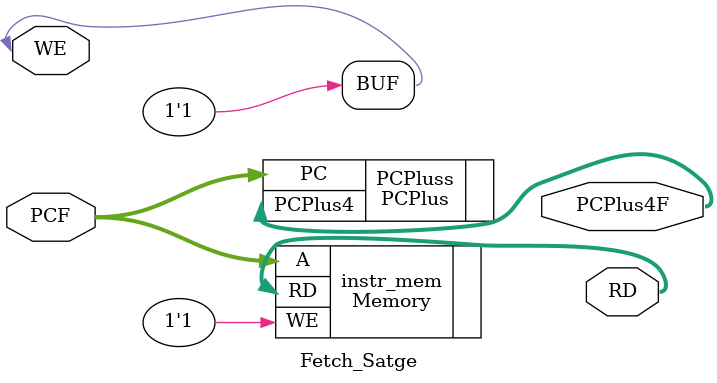
<source format=v>
module Fetch_Satge (
    input  wire [31:0] PCF,
    input wire WE,
    output wire [31:0] RD, 
    output wire [31:0] PCPlus4F
     
);
assign WE =1'b1;
PCPlus #(32) PCPluss
(
.PC(PCF),
.PCPlus4(PCPlus4F)
);

Memory #(32, 512) instr_mem
(
.RD(RD), 
.A(PCF),
.WE(WE)
); 

endmodule

</source>
